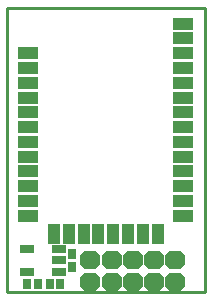
<source format=gts>
G04*
G04 #@! TF.GenerationSoftware,Altium Limited,Altium Designer,22.10.1 (41)*
G04*
G04 Layer_Color=8388736*
%FSLAX25Y25*%
%MOIN*%
G70*
G04*
G04 #@! TF.SameCoordinates,077065BD-E97D-4B40-AF25-1AFBA95EC0C4*
G04*
G04*
G04 #@! TF.FilePolarity,Negative*
G04*
G01*
G75*
%ADD15C,0.01000*%
G04:AMPARAMS|DCode=16|XSize=68mil|YSize=59.18mil|CornerRadius=0mil|HoleSize=0mil|Usage=FLASHONLY|Rotation=0.000|XOffset=0mil|YOffset=0mil|HoleType=Round|Shape=Octagon|*
%AMOCTAGOND16*
4,1,8,0.03400,-0.01480,0.03400,0.01480,0.01921,0.02959,-0.01921,0.02959,-0.03400,0.01480,-0.03400,-0.01480,-0.01921,-0.02959,0.01921,-0.02959,0.03400,-0.01480,0.0*
%
%ADD16OCTAGOND16*%

%ADD17R,0.03162X0.03320*%
%ADD18R,0.03162X0.03753*%
%ADD19R,0.04737X0.02965*%
%ADD20R,0.06500X0.04100*%
%ADD21R,0.04100X0.06500*%
D15*
X-33071Y-56693D02*
Y37971D01*
Y-56693D02*
X33071D01*
Y37971D01*
X-33071D02*
X33071D01*
D16*
X-5118Y-53150D02*
D03*
Y-46063D02*
D03*
X1969D02*
D03*
Y-53150D02*
D03*
X9055D02*
D03*
Y-46063D02*
D03*
X16142D02*
D03*
Y-53150D02*
D03*
X23228D02*
D03*
Y-46063D02*
D03*
D17*
X-18661Y-53937D02*
D03*
X-15197D02*
D03*
X-22677D02*
D03*
X-26142D02*
D03*
D18*
X-11417Y-48327D02*
D03*
Y-43799D02*
D03*
D19*
X-26181Y-49803D02*
D03*
Y-42323D02*
D03*
X-15551D02*
D03*
Y-46063D02*
D03*
Y-49803D02*
D03*
D20*
X25800Y32900D02*
D03*
Y27920D02*
D03*
Y23000D02*
D03*
Y18080D02*
D03*
Y13160D02*
D03*
Y8240D02*
D03*
Y3320D02*
D03*
Y-1600D02*
D03*
Y-6520D02*
D03*
Y-11440D02*
D03*
Y-16360D02*
D03*
Y-21280D02*
D03*
Y-26200D02*
D03*
Y-31120D02*
D03*
X-25800D02*
D03*
Y-26200D02*
D03*
Y-21280D02*
D03*
Y-16360D02*
D03*
Y-11440D02*
D03*
Y-6520D02*
D03*
Y-1600D02*
D03*
Y3320D02*
D03*
Y8240D02*
D03*
Y13160D02*
D03*
Y18080D02*
D03*
Y23000D02*
D03*
D21*
X17250Y-37150D02*
D03*
X12270D02*
D03*
X7350D02*
D03*
X2430D02*
D03*
X-2490D02*
D03*
X-7410D02*
D03*
X-12330D02*
D03*
X-17250D02*
D03*
M02*

</source>
